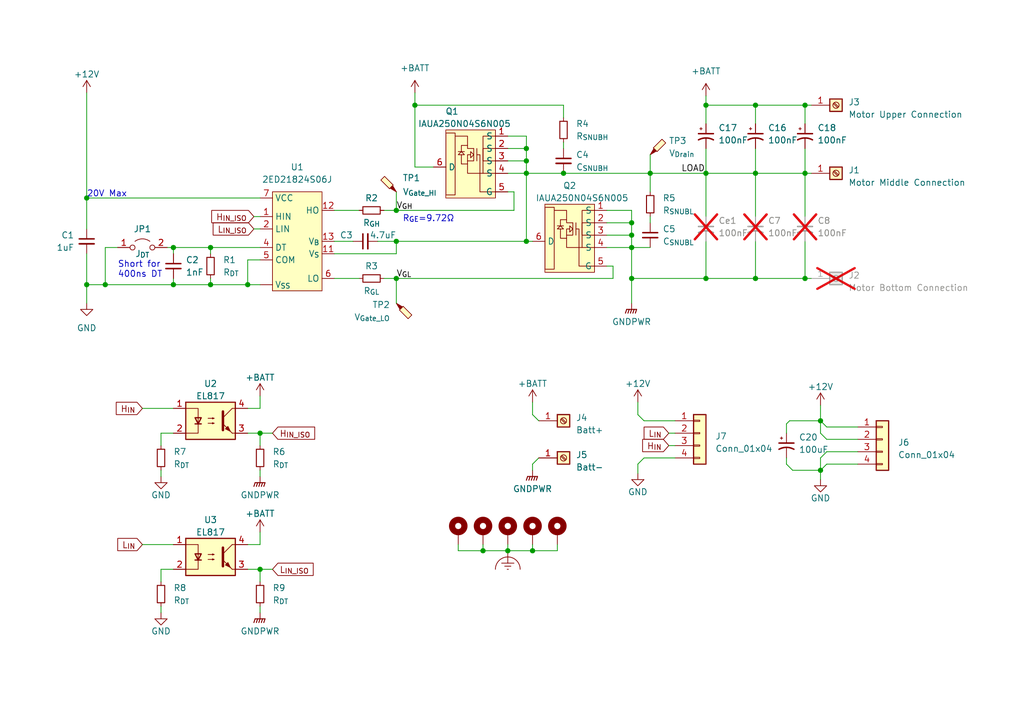
<source format=kicad_sch>
(kicad_sch (version 20230121) (generator eeschema)
  (paper "A5")
  (lib_symbols
    (symbol "Connector:TestPoint_Probe" (pin_numbers hide) (pin_names (offset 0.762) hide)
      (property "Reference" "TP" (at 1.651 5.842 0))
      (property "Value" "TestPoint_Probe" (at 1.651 4.064 0))
      (symbol "TestPoint_Probe_0_1"
        (polyline (pts (xy 1.27 0.762) (xy 0 0) (xy 0.762 1.27) (xy 1.27 0.762)) (fill (type outline)))
        (polyline (pts (xy 1.397 0.635) (xy 0.635 1.397) (xy 2.413 3.175) (xy 3.175 2.413) (xy 1.397 0.635)) (fill (type background)))
      )
      (symbol "TestPoint_Probe_1_1"
        (pin passive line (at 0 0 90) (length 0) (name "1") (number "1"))
      )
    )
    (symbol "Connector_Generic:Conn_01x04" (pin_names (offset 1.016) hide)
      (property "Reference" "J" (at 0 5.08 0))
      (property "Value" "Conn_01x04" (at 0 -7.62 0))
      (symbol "Conn_01x04_1_1"
        (rectangle (start -1.27 -4.953) (end 0 -5.207) (stroke (width 0.1524)))
        (rectangle (start -1.27 -2.413) (end 0 -2.667) (stroke (width 0.1524)))
        (rectangle (start -1.27 0.127) (end 0 -0.127) (stroke (width 0.1524)))
        (rectangle (start -1.27 2.667) (end 0 2.413) (stroke (width 0.1524)))
        (rectangle (start -1.27 3.81) (end 1.27 -6.35) (stroke (width 0.254)) (fill (type background)))
        (pin passive line (at -5.08 2.54 0) (length 3.81) (name "Pin_1") (number "1"))
        (pin passive line (at -5.08 0 0) (length 3.81) (name "Pin_2") (number "2"))
        (pin passive line (at -5.08 -2.54 0) (length 3.81) (name "Pin_3") (number "3"))
        (pin passive line (at -5.08 -5.08 0) (length 3.81) (name "Pin_4") (number "4"))
      )
    )
    (symbol "Device:C_Polarized_Small_US" (pin_numbers hide) (pin_names (offset 0.254) hide)
      (property "Reference" "C" (at 0.254 1.778 0))
      (property "Value" "C_Polarized_Small_US" (at 0.254 -2.032 0))
      (symbol "C_Polarized_Small_US_0_1"
        (polyline (pts (xy -1.524 0.508) (xy 1.524 0.508)) (stroke (width 0.3048)))
        (polyline (pts (xy -1.27 1.524) (xy -0.762 1.524)))
        (polyline (pts (xy -1.016 1.27) (xy -1.016 1.778)))
        (arc (start 1.524 -0.762) (mid 0 -0.3734) (end -1.524 -0.762) (stroke (width 0.3048)))
      )
      (symbol "C_Polarized_Small_US_1_1"
        (pin passive line (at 0 2.54 270) (length 2.032) (name "~") (number "1"))
        (pin passive line (at 0 -2.54 90) (length 2.032) (name "~") (number "2"))
      )
    )
    (symbol "Device:C_Small" (pin_numbers hide) (pin_names (offset 0.254) hide)
      (property "Reference" "C" (at 0.254 1.778 0))
      (property "Value" "C_Small" (at 0.254 -2.032 0))
      (symbol "C_Small_0_1"
        (polyline (pts (xy -1.524 -0.508) (xy 1.524 -0.508)) (stroke (width 0.3302)))
        (polyline (pts (xy -1.524 0.508) (xy 1.524 0.508)) (stroke (width 0.3048)))
      )
      (symbol "C_Small_1_1"
        (pin passive line (at 0 2.54 270) (length 2.032) (name "~") (number "1"))
        (pin passive line (at 0 -2.54 90) (length 2.032) (name "~") (number "2"))
      )
    )
    (symbol "Device:R_Small" (pin_numbers hide) (pin_names (offset 0.254) hide)
      (property "Reference" "R" (at 0.762 0.508 0))
      (property "Value" "R_Small" (at 0.762 -1.016 0))
      (symbol "R_Small_0_1"
        (rectangle (start -0.762 1.778) (end 0.762 -1.778) (stroke (width 0.2032)))
      )
      (symbol "R_Small_1_1"
        (pin passive line (at 0 2.54 270) (length 0.762) (name "~") (number "1"))
        (pin passive line (at 0 -2.54 90) (length 0.762) (name "~") (number "2"))
      )
    )
    (symbol "Isolator:EL817" (pin_names (offset 1.016))
      (property "Reference" "U" (at -5.08 5.08 0))
      (property "Value" "EL817" (at 0 5.08 0))
      (symbol "EL817_0_1"
        (rectangle (start -5.08 3.81) (end 5.08 -3.81) (stroke (width 0.254)) (fill (type background)))
        (polyline (pts (xy -3.175 -0.635) (xy -1.905 -0.635)) (stroke (width 0.254)))
        (polyline (pts (xy 2.54 0.635) (xy 4.445 2.54)))
        (polyline (pts (xy 4.445 -2.54) (xy 2.54 -0.635)) (fill (type outline)))
        (polyline (pts (xy 4.445 -2.54) (xy 5.08 -2.54)))
        (polyline (pts (xy 4.445 2.54) (xy 5.08 2.54)))
        (polyline (pts (xy -5.08 2.54) (xy -2.54 2.54) (xy -2.54 -0.635)))
        (polyline (pts (xy -2.54 -0.635) (xy -2.54 -2.54) (xy -5.08 -2.54)))
        (polyline (pts (xy 2.54 1.905) (xy 2.54 -1.905) (xy 2.54 -1.905)) (stroke (width 0.508)))
        (polyline (pts (xy -2.54 -0.635) (xy -3.175 0.635) (xy -1.905 0.635) (xy -2.54 -0.635)) (stroke (width 0.254)))
        (polyline (pts (xy -0.508 -0.508) (xy 0.762 -0.508) (xy 0.381 -0.635) (xy 0.381 -0.381) (xy 0.762 -0.508)))
        (polyline (pts (xy -0.508 0.508) (xy 0.762 0.508) (xy 0.381 0.381) (xy 0.381 0.635) (xy 0.762 0.508)))
        (polyline (pts (xy 3.048 -1.651) (xy 3.556 -1.143) (xy 4.064 -2.159) (xy 3.048 -1.651) (xy 3.048 -1.651)) (fill (type outline)))
      )
      (symbol "EL817_1_1"
        (pin passive line (at -7.62 2.54 0) (length 2.54) (name "~") (number "1"))
        (pin passive line (at -7.62 -2.54 0) (length 2.54) (name "~") (number "2"))
        (pin passive line (at 7.62 -2.54 180) (length 2.54) (name "~") (number "3"))
        (pin passive line (at 7.62 2.54 180) (length 2.54) (name "~") (number "4"))
      )
    )
    (symbol "Jumper:Jumper_2_Open" (pin_names (offset 0) hide)
      (property "Reference" "JP" (at 0 2.794 0))
      (property "Value" "Jumper_2_Open" (at 0 -2.286 0))
      (symbol "Jumper_2_Open_0_0"
        (circle (center -2.032 0) (radius 0.508))
        (circle (center 2.032 0) (radius 0.508))
      )
      (symbol "Jumper_2_Open_0_1"
        (arc (start 1.524 1.27) (mid 0 1.778) (end -1.524 1.27))
      )
      (symbol "Jumper_2_Open_1_1"
        (pin passive line (at -5.08 0 0) (length 2.54) (name "A") (number "1"))
        (pin passive line (at 5.08 0 180) (length 2.54) (name "B") (number "2"))
      )
    )
    (symbol "Mechanical:MountingHole_Pad" (pin_numbers hide) (pin_names (offset 1.016) hide)
      (property "Reference" "H" (at 0 6.35 0))
      (property "Value" "MountingHole_Pad" (at 0 4.445 0))
      (symbol "MountingHole_Pad_0_1"
        (circle (center 0 1.27) (radius 1.27) (stroke (width 1.27)))
      )
      (symbol "MountingHole_Pad_1_1"
        (pin input line (at 0 -2.54 90) (length 2.54) (name "1") (number "1"))
      )
    )
    (symbol "MySymbols:2ED21824S06J"
      (property "Reference" "U" (at 5.08 5.08 0))
      (property "Value" "2ED21824S06J" (at -3.81 5.08 0))
      (symbol "2ED21824S06J_0_1"
        (rectangle (start -5.08 2.54) (end 5.08 -17.78) (fill (type background)))
      )
      (symbol "2ED21824S06J_1_1"
        (pin power_in line (at -7.62 -16.51 0) (length 2.54) (name "V_{SS}") (number ""))
        (pin input line (at -7.62 -2.54 0) (length 2.54) (name "HIN") (number "1"))
        (pin no_connect line (at 0.635 -19.685 90) (length 2.54) hide (name "N.C.") (number "10"))
        (pin input line (at 7.62 -10.16 180) (length 2.54) (name "V_{S}") (number "11"))
        (pin output line (at 7.62 -1.27 180) (length 2.54) (name "HO") (number "12"))
        (pin output line (at 7.62 -7.62 180) (length 2.54) (name "V_{B}") (number "13"))
        (pin no_connect line (at 0.635 -19.685 90) (length 2.54) hide (name "N.C.") (number "14"))
        (pin input line (at -7.62 -5.08 0) (length 2.54) (name "LIN") (number "2"))
        (pin input line (at -7.62 -8.89 0) (length 2.54) (name "DT") (number "4"))
        (pin input line (at -7.62 -11.43 0) (length 2.54) (name "COM") (number "5"))
        (pin input line (at 7.62 -15.24 180) (length 2.54) (name "LO") (number "6"))
        (pin power_in line (at -7.62 1.27 0) (length 2.54) (name "VCC") (number "7"))
        (pin no_connect line (at 0.635 -19.685 90) (length 2.54) hide (name "N.C.") (number "9"))
        (pin no_connect line (at 0.635 -19.685 90) (length 2.54) hide (name "N.C.") (number "9"))
      )
    )
    (symbol "MySymbols:IAUA250N04S6N005"
      (property "Reference" "Q" (at 4.445 8.89 0))
      (property "Value" "IAUA250N04S6N005" (at -10.16 8.89 0))
      (symbol "IAUA250N04S6N005_0_1"
        (rectangle (start -5.08 7.62) (end 5.08 -6.35) (fill (type background)))
        (polyline (pts (xy -1.27 3.81) (xy -1.27 1.27)))
        (polyline (pts (xy 1.27 3.175) (xy 2.54 3.175)))
        (polyline (pts (xy 0 2.54) (xy 0.635 2.54) (xy 0.635 1.27)))
        (polyline (pts (xy 0.635 0.635) (xy 1.905 0.635) (xy 1.905 2.54)))
        (polyline (pts (xy 1.905 3.175) (xy 1.905 4.445) (xy 0.635 4.445)))
        (polyline (pts (xy -5.08 -5.08) (xy -1.905 -5.08) (xy -1.905 2.54) (xy -1.27 2.54)))
        (polyline (pts (xy -5.08 6.35) (xy -2.54 6.35) (xy -2.54 -1.27) (xy -5.08 -1.27)))
        (polyline (pts (xy -0.635 2.54) (xy 0 3.175) (xy 0 1.905) (xy -0.635 2.54)))
        (polyline (pts (xy 1.905 3.175) (xy 1.27 2.54) (xy 2.54 2.54) (xy 1.905 3.175)))
        (polyline (pts (xy -5.08 1.27) (xy -2.54 1.27) (xy -2.54 3.81) (xy -5.08 3.81) (xy -3.81 3.81)))
        (polyline (pts (xy -0.635 3.81) (xy -0.635 1.27) (xy 0.635 1.27) (xy 0.635 -1.27) (xy -2.54 -1.27)))
        (polyline (pts (xy -0.635 3.81) (xy 0.635 3.81) (xy 0.635 6.35) (xy 3.175 6.35) (xy 3.175 6.985) (xy 5.08 6.985) (xy 5.08 -5.715) (xy 3.175 -5.715) (xy 3.175 6.35)))
      )
      (symbol "IAUA250N04S6N005_1_1"
        (pin input line (at -7.62 6.35 0) (length 2.54) (name "S") (number "1"))
        (pin input line (at -7.62 3.81 0) (length 2.54) (name "S") (number "2"))
        (pin input line (at -7.62 1.27 0) (length 2.54) (name "S") (number "3"))
        (pin input line (at -7.62 -1.27 0) (length 2.54) (name "S") (number "4"))
        (pin input line (at -7.62 -5.08 0) (length 2.54) (name "G") (number "5"))
        (pin output line (at 7.62 0 180) (length 2.54) (name "D") (number "6"))
      )
    )
    (symbol "Screw_Terminal_01x01_2" (pin_names (offset 1.016) hide)
      (property "Reference" "J3" (at 2.54 0.635 0))
      (property "Value" "Motor Upper Connection" (at 2.54 -1.905 0))
      (symbol "Screw_Terminal_01x01_2_1_1"
        (rectangle (start -1.27 1.27) (end 1.27 -1.27) (stroke (width 0.254)) (fill (type background)))
        (polyline (pts (xy -0.5334 0.3302) (xy 0.3302 -0.508)) (stroke (width 0.1524)))
        (polyline (pts (xy -0.3556 0.508) (xy 0.508 -0.3302)) (stroke (width 0.1524)))
        (circle (center 0 0) (radius 0.635) (stroke (width 0.1524)))
        (pin passive line (at -5.08 0 0) (length 3.81) (name "Pin_1") (number "1"))
        (pin passive line (at -5.08 0 0) (length 3.81) hide (name "e") (number "10"))
        (pin passive line (at -5.08 0 0) (length 3.81) hide (name "11") (number "11"))
        (pin passive line (at -5.08 0 0) (length 3.81) hide (name "") (number "12"))
        (pin passive line (at -5.08 0 0) (length 3.81) hide (name "") (number "13"))
        (pin passive line (at -5.08 0 0) (length 3.81) hide (name "e") (number "14"))
        (pin passive line (at -5.08 0 0) (length 3.81) hide (name "Pin_1") (number "15"))
        (pin passive line (at -5.08 0 0) (length 3.81) hide (name "Pin_1") (number "16"))
        (pin passive line (at -5.08 0 0) (length 3.81) hide (name "") (number "2"))
        (pin passive line (at -5.08 0 0) (length 3.81) hide (name "") (number "3"))
        (pin passive line (at -5.08 0 0) (length 3.81) hide (name "") (number "4"))
        (pin passive line (at -5.08 0 0) (length 3.81) hide (name "") (number "5"))
        (pin passive line (at -5.08 0 0) (length 3.81) hide (name "e") (number "6"))
        (pin passive line (at -5.08 0 0) (length 3.81) hide (name "") (number "7"))
        (pin passive line (at -5.08 0 0) (length 3.81) hide (name "") (number "8"))
        (pin passive line (at -5.08 0 0) (length 3.81) hide (name "") (number "9"))
      )
    )
    (symbol "power:+12V" (power) (pin_names (offset 0))
      (property "Value" "+12V" (at 0 3.556 0))
      (symbol "+12V_0_1"
        (polyline (pts (xy -0.762 1.27) (xy 0 2.54)))
        (polyline (pts (xy 0 0) (xy 0 2.54)))
        (polyline (pts (xy 0 2.54) (xy 0.762 1.27)))
      )
      (symbol "+12V_1_1"
        (pin power_in line (at 0 0 90) (length 0) hide (name "+12V") (number "1"))
      )
    )
    (symbol "power:+BATT" (power) (pin_names (offset 0))
      (property "Value" "+BATT" (at 0 3.556 0))
      (symbol "+BATT_0_1"
        (polyline (pts (xy -0.762 1.27) (xy 0 2.54)))
        (polyline (pts (xy 0 0) (xy 0 2.54)))
        (polyline (pts (xy 0 2.54) (xy 0.762 1.27)))
      )
      (symbol "+BATT_1_1"
        (pin power_in line (at 0 0 90) (length 0) hide (name "+BATT") (number "1"))
      )
    )
    (symbol "power:Earth_Clean" (power) (pin_names (offset 0))
      (symbol "Earth_Clean_0_1"
        (polyline (pts (xy -0.635 -3.175) (xy 0.635 -3.175)))
        (polyline (pts (xy -0.127 -3.81) (xy 0.127 -3.81)))
        (polyline (pts (xy 0 -2.54) (xy 0 0)))
        (polyline (pts (xy 1.27 -2.54) (xy -1.27 -2.54)))
        (arc (start 2.54 -3.81) (mid 0 -1.281) (end -2.54 -3.81))
      )
      (symbol "Earth_Clean_1_1"
        (pin power_in line (at 0 0 270) (length 0) hide (name "Earth_Clean") (number "1"))
      )
    )
    (symbol "power:GND" (power) (pin_names (offset 0))
      (property "Value" "GND" (at 0 -3.81 0))
      (symbol "GND_0_1"
        (polyline (pts (xy 0 0) (xy 0 -1.27) (xy 1.27 -1.27) (xy 0 -2.54) (xy -1.27 -1.27) (xy 0 -1.27)))
      )
      (symbol "GND_1_1"
        (pin power_in line (at 0 0 270) (length 0) hide (name "GND") (number "1"))
      )
    )
    (symbol "power:GNDPWR" (power) (pin_names (offset 0))
      (property "Value" "GNDPWR" (at 0 -3.302 0))
      (symbol "GNDPWR_0_1"
        (polyline (pts (xy 0 -1.27) (xy 0 0)))
        (polyline (pts (xy -1.016 -1.27) (xy -1.27 -2.032) (xy -1.27 -2.032)) (stroke (width 0.2032)))
        (polyline (pts (xy -0.508 -1.27) (xy -0.762 -2.032) (xy -0.762 -2.032)) (stroke (width 0.2032)))
        (polyline (pts (xy 0 -1.27) (xy -0.254 -2.032) (xy -0.254 -2.032)) (stroke (width 0.2032)))
        (polyline (pts (xy 0.508 -1.27) (xy 0.254 -2.032) (xy 0.254 -2.032)) (stroke (width 0.2032)))
        (polyline (pts (xy 1.016 -1.27) (xy -1.016 -1.27) (xy -1.016 -1.27)) (stroke (width 0.2032)))
        (polyline (pts (xy 1.016 -1.27) (xy 0.762 -2.032) (xy 0.762 -2.032) (xy 0.762 -2.032)) (stroke (width 0.2032)))
      )
      (symbol "GNDPWR_1_1"
        (pin power_in line (at 0 0 270) (length 0) hide (name "GNDPWR") (number "1"))
      )
    )
  )
  (junction (at 53.34 88.9))
  (junction (at 129.54 50.8))
  (junction (at 154.94 57.15))
  (junction (at 144.78 21.59))
  (junction (at 165.1 57.15))
  (junction (at 107.95 49.53))
  (junction (at 129.54 45.72))
  (junction (at 53.34 116.84))
  (junction (at 104.14 113.03))
  (junction (at 165.1 35.56))
  (junction (at 107.95 35.56))
  (junction (at 43.18 50.8))
  (junction (at 154.94 21.59))
  (junction (at 168.275 86.36))
  (junction (at 168.275 96.52))
  (junction (at 85.09 21.59))
  (junction (at 99.06 113.03))
  (junction (at 129.54 57.15))
  (junction (at 35.56 58.42))
  (junction (at 107.95 33.02))
  (junction (at 107.95 30.48))
  (junction (at 154.94 35.56))
  (junction (at 17.78 58.42))
  (junction (at 81.28 43.18))
  (junction (at 50.8 58.42))
  (junction (at 144.78 35.56))
  (junction (at 144.78 57.15))
  (junction (at 17.78 40.64))
  (junction (at 81.28 49.53))
  (junction (at 81.28 57.15))
  (junction (at 21.59 58.42))
  (junction (at 115.57 35.56))
  (junction (at 43.18 58.42))
  (junction (at 129.54 48.26))
  (junction (at 109.22 113.03))
  (junction (at 165.1 21.59))
  (junction (at 133.35 35.56))
  (junction (at 35.56 50.8))
  (wire (pts (xy 107.95 33.02) (xy 107.95 35.56)))
  (wire (pts (xy 125.73 57.15) (xy 125.73 54.61)))
  (wire (pts (xy 33.02 96.52) (xy 33.02 97.79)))
  (wire (pts (xy 43.18 58.42) (xy 50.8 58.42)))
  (wire (pts (xy 68.58 57.15) (xy 73.66 57.15)))
  (wire (pts (xy 165.1 57.15) (xy 166.37 57.15)))
  (wire (pts (xy 53.34 111.76) (xy 50.8 111.76)))
  (wire (pts (xy 104.14 113.03) (xy 109.22 113.03)))
  (wire (pts (xy 144.78 21.59) (xy 144.78 25.4)))
  (wire (pts (xy 165.1 49.53) (xy 165.1 57.15)))
  (wire (pts (xy 130.81 82.55) (xy 130.81 85.09)))
  (wire (pts (xy 129.54 57.15) (xy 129.54 62.23)))
  (wire (pts (xy 104.14 30.48) (xy 107.95 30.48)))
  (wire (pts (xy 43.18 57.15) (xy 43.18 58.42)))
  (wire (pts (xy 154.94 30.48) (xy 154.94 35.56)))
  (wire (pts (xy 81.28 49.53) (xy 107.95 49.53)))
  (wire (pts (xy 109.22 113.03) (xy 109.22 111.76)))
  (wire (pts (xy 144.78 30.48) (xy 144.78 35.56)))
  (wire (pts (xy 169.545 87.63) (xy 175.895 87.63)))
  (wire (pts (xy 144.78 21.59) (xy 154.94 21.59)))
  (wire (pts (xy 17.78 40.64) (xy 53.34 40.64)))
  (wire (pts (xy 161.29 95.25) (xy 162.56 96.52)))
  (wire (pts (xy 154.94 57.15) (xy 165.1 57.15)))
  (wire (pts (xy 169.545 90.17) (xy 168.275 88.9)))
  (wire (pts (xy 21.59 58.42) (xy 35.56 58.42)))
  (wire (pts (xy 115.57 24.13) (xy 115.57 21.59)))
  (wire (pts (xy 107.95 35.56) (xy 107.95 49.53)))
  (wire (pts (xy 175.895 95.25) (xy 169.545 95.25)))
  (wire (pts (xy 129.54 57.15) (xy 144.78 57.15)))
  (wire (pts (xy 144.78 49.53) (xy 144.78 57.15)))
  (wire (pts (xy 144.78 57.15) (xy 154.94 57.15)))
  (wire (pts (xy 99.06 113.03) (xy 104.14 113.03)))
  (wire (pts (xy 81.28 43.18) (xy 105.41 43.18)))
  (wire (pts (xy 124.46 48.26) (xy 129.54 48.26)))
  (wire (pts (xy 168.275 86.36) (xy 169.545 87.63)))
  (wire (pts (xy 33.02 116.84) (xy 35.56 116.84)))
  (wire (pts (xy 29.21 111.76) (xy 35.56 111.76)))
  (wire (pts (xy 78.74 57.15) (xy 81.28 57.15)))
  (wire (pts (xy 85.09 21.59) (xy 85.09 19.05)))
  (wire (pts (xy 109.22 95.25) (xy 109.22 96.52)))
  (wire (pts (xy 53.34 109.22) (xy 53.34 111.76)))
  (wire (pts (xy 93.98 113.03) (xy 99.06 113.03)))
  (wire (pts (xy 168.275 83.185) (xy 168.275 86.36)))
  (wire (pts (xy 29.21 83.82) (xy 35.56 83.82)))
  (wire (pts (xy 53.34 119.38) (xy 53.34 116.84)))
  (wire (pts (xy 81.28 52.07) (xy 81.28 49.53)))
  (wire (pts (xy 85.09 34.29) (xy 85.09 21.59)))
  (wire (pts (xy 129.54 48.26) (xy 129.54 50.8)))
  (wire (pts (xy 81.28 39.37) (xy 81.28 43.18)))
  (wire (pts (xy 53.34 53.34) (xy 50.8 53.34)))
  (wire (pts (xy 105.41 39.37) (xy 104.14 39.37)))
  (wire (pts (xy 52.07 44.45) (xy 53.34 44.45)))
  (wire (pts (xy 35.56 57.15) (xy 35.56 58.42)))
  (wire (pts (xy 165.1 35.56) (xy 165.1 44.45)))
  (wire (pts (xy 107.95 27.94) (xy 107.95 30.48)))
  (wire (pts (xy 168.275 96.52) (xy 169.545 95.25)))
  (wire (pts (xy 133.35 31.75) (xy 133.35 35.56)))
  (wire (pts (xy 132.08 86.36) (xy 138.43 86.36)))
  (wire (pts (xy 81.28 57.15) (xy 81.28 62.23)))
  (wire (pts (xy 104.14 27.94) (xy 107.95 27.94)))
  (wire (pts (xy 53.34 88.9) (xy 50.8 88.9)))
  (wire (pts (xy 50.8 53.34) (xy 50.8 58.42)))
  (wire (pts (xy 154.94 21.59) (xy 154.94 25.4)))
  (wire (pts (xy 165.1 35.56) (xy 166.37 35.56)))
  (wire (pts (xy 17.78 58.42) (xy 17.78 52.07)))
  (wire (pts (xy 144.78 35.56) (xy 144.78 44.45)))
  (wire (pts (xy 107.95 35.56) (xy 115.57 35.56)))
  (wire (pts (xy 24.13 50.8) (xy 21.59 50.8)))
  (wire (pts (xy 138.43 93.98) (xy 132.08 93.98)))
  (wire (pts (xy 133.35 39.37) (xy 133.35 35.56)))
  (wire (pts (xy 168.275 93.98) (xy 168.275 96.52)))
  (wire (pts (xy 53.34 116.84) (xy 55.88 116.84)))
  (wire (pts (xy 124.46 43.18) (xy 129.54 43.18)))
  (wire (pts (xy 105.41 43.18) (xy 105.41 39.37)))
  (wire (pts (xy 21.59 50.8) (xy 21.59 58.42)))
  (wire (pts (xy 129.54 50.8) (xy 124.46 50.8)))
  (wire (pts (xy 68.58 43.18) (xy 73.66 43.18)))
  (wire (pts (xy 175.895 90.17) (xy 169.545 90.17)))
  (wire (pts (xy 109.22 82.55) (xy 109.22 85.09)))
  (wire (pts (xy 35.56 58.42) (xy 43.18 58.42)))
  (wire (pts (xy 109.22 49.53) (xy 107.95 49.53)))
  (wire (pts (xy 35.56 50.8) (xy 43.18 50.8)))
  (wire (pts (xy 34.29 50.8) (xy 35.56 50.8)))
  (wire (pts (xy 162.56 96.52) (xy 168.275 96.52)))
  (wire (pts (xy 161.29 93.98) (xy 161.29 95.25)))
  (wire (pts (xy 33.02 119.38) (xy 33.02 116.84)))
  (wire (pts (xy 68.58 49.53) (xy 72.39 49.53)))
  (wire (pts (xy 17.78 40.64) (xy 17.78 46.99)))
  (wire (pts (xy 107.95 30.48) (xy 107.95 33.02)))
  (wire (pts (xy 52.07 46.99) (xy 53.34 46.99)))
  (wire (pts (xy 124.46 45.72) (xy 129.54 45.72)))
  (wire (pts (xy 130.81 85.09) (xy 132.08 86.36)))
  (wire (pts (xy 104.14 33.02) (xy 107.95 33.02)))
  (wire (pts (xy 78.74 43.18) (xy 81.28 43.18)))
  (wire (pts (xy 53.34 91.44) (xy 53.34 88.9)))
  (wire (pts (xy 133.35 44.45) (xy 133.35 45.72)))
  (wire (pts (xy 138.43 88.9) (xy 137.16 88.9)))
  (wire (pts (xy 169.545 92.71) (xy 175.895 92.71)))
  (wire (pts (xy 144.78 35.56) (xy 154.94 35.56)))
  (wire (pts (xy 81.28 57.15) (xy 125.73 57.15)))
  (wire (pts (xy 33.02 91.44) (xy 33.02 88.9)))
  (wire (pts (xy 110.49 93.98) (xy 109.22 95.25)))
  (wire (pts (xy 17.78 58.42) (xy 21.59 58.42)))
  (wire (pts (xy 109.22 85.09) (xy 110.49 86.36)))
  (wire (pts (xy 35.56 50.8) (xy 35.56 52.07)))
  (wire (pts (xy 165.1 21.59) (xy 166.37 21.59)))
  (wire (pts (xy 53.34 88.9) (xy 55.88 88.9)))
  (wire (pts (xy 53.34 116.84) (xy 50.8 116.84)))
  (wire (pts (xy 129.54 43.18) (xy 129.54 45.72)))
  (wire (pts (xy 99.06 113.03) (xy 99.06 111.76)))
  (wire (pts (xy 53.34 96.52) (xy 53.34 97.79)))
  (wire (pts (xy 53.34 81.28) (xy 53.34 83.82)))
  (wire (pts (xy 88.9 34.29) (xy 85.09 34.29)))
  (wire (pts (xy 33.02 124.46) (xy 33.02 125.73)))
  (wire (pts (xy 129.54 45.72) (xy 129.54 48.26)))
  (wire (pts (xy 93.98 113.03) (xy 93.98 111.76)))
  (wire (pts (xy 43.18 50.8) (xy 53.34 50.8)))
  (wire (pts (xy 168.275 93.98) (xy 169.545 92.71)))
  (wire (pts (xy 154.94 35.56) (xy 154.94 44.45)))
  (wire (pts (xy 109.22 113.03) (xy 114.3 113.03)))
  (wire (pts (xy 104.14 35.56) (xy 107.95 35.56)))
  (wire (pts (xy 114.3 113.03) (xy 114.3 111.76)))
  (wire (pts (xy 133.35 35.56) (xy 115.57 35.56)))
  (wire (pts (xy 130.81 95.25) (xy 130.81 97.155)))
  (wire (pts (xy 115.57 29.21) (xy 115.57 30.48)))
  (wire (pts (xy 133.35 35.56) (xy 144.78 35.56)))
  (wire (pts (xy 168.275 96.52) (xy 168.275 98.425)))
  (wire (pts (xy 161.29 86.995) (xy 161.925 86.36)))
  (wire (pts (xy 161.925 86.36) (xy 168.275 86.36)))
  (wire (pts (xy 53.34 124.46) (xy 53.34 125.73)))
  (wire (pts (xy 165.1 30.48) (xy 165.1 35.56)))
  (wire (pts (xy 137.16 91.44) (xy 138.43 91.44)))
  (wire (pts (xy 161.29 88.9) (xy 161.29 86.995)))
  (wire (pts (xy 125.73 54.61) (xy 124.46 54.61)))
  (wire (pts (xy 43.18 52.07) (xy 43.18 50.8)))
  (wire (pts (xy 104.14 113.03) (xy 104.14 111.76)))
  (wire (pts (xy 129.54 50.8) (xy 133.35 50.8)))
  (wire (pts (xy 144.78 19.685) (xy 144.78 21.59)))
  (wire (pts (xy 115.57 21.59) (xy 85.09 21.59)))
  (wire (pts (xy 53.34 83.82) (xy 50.8 83.82)))
  (wire (pts (xy 17.78 62.23) (xy 17.78 58.42)))
  (wire (pts (xy 81.28 49.53) (xy 77.47 49.53)))
  (wire (pts (xy 154.94 49.53) (xy 154.94 57.15)))
  (wire (pts (xy 50.8 58.42) (xy 53.34 58.42)))
  (wire (pts (xy 17.78 40.64) (xy 17.78 19.05)))
  (wire (pts (xy 154.94 35.56) (xy 165.1 35.56)))
  (wire (pts (xy 154.94 21.59) (xy 165.1 21.59)))
  (wire (pts (xy 33.02 88.9) (xy 35.56 88.9)))
  (wire (pts (xy 130.81 95.25) (xy 132.08 93.98)))
  (wire (pts (xy 129.54 50.8) (xy 129.54 57.15)))
  (wire (pts (xy 168.275 86.36) (xy 168.275 88.9)))
  (wire (pts (xy 68.58 52.07) (xy 81.28 52.07)))
  (wire (pts (xy 165.1 21.59) (xy 165.1 25.4)))
  (text "Short for\n400ns DT" (at 24.13 57.15 0) (effects (font (size 1.27 1.27)) (justify left bottom)))
  (text "R_{GE}=9.72Ω\n" (at 82.55 45.72 0) (effects (font (size 1.27 1.27)) (justify left bottom)))
  (text "20V Max\n" (at 17.78 40.64 0) (effects (font (size 1.27 1.27)) (justify left bottom)))
  (label "LOAD" (at 139.7 35.56 0))
  (label "V_{GL}" (at 81.28 57.15 0))
  (label "V_{GH}" (at 81.28 43.18 0))
  (global_label "L_{IN}_{_ISO}" (shape input) (at 52.07 46.99 180) (property "Intersheetrefs" "${INTERSHEET_REFS}" (effects hide)))
  (global_label "H_{IN}_{_ISO}" (shape input) (at 55.88 88.9 0) (property "Intersheetrefs" "${INTERSHEET_REFS}" (effects hide)))
  (global_label "L_{IN}_{_ISO}" (shape input) (at 55.88 116.84 0) (property "Intersheetrefs" "${INTERSHEET_REFS}" (effects hide)))
  (global_label "L_{IN}" (shape input) (at 137.16 88.9 180) (property "Intersheetrefs" "${INTERSHEET_REFS}" (effects hide)))
  (global_label "H_{IN}_{_ISO}" (shape input) (at 52.07 44.45 180) (property "Intersheetrefs" "${INTERSHEET_REFS}" (effects hide)))
  (global_label "L_{IN}" (shape input) (at 29.21 111.76 180) (property "Intersheetrefs" "${INTERSHEET_REFS}" (effects hide)))
  (global_label "H_{IN}" (shape input) (at 29.21 83.82 180) (property "Intersheetrefs" "${INTERSHEET_REFS}" (effects hide)))
  (global_label "H_{IN}" (shape input) (at 137.16 91.44 180) (property "Intersheetrefs" "${INTERSHEET_REFS}" (effects hide)))
  (symbol (lib_id "power:GNDPWR") (at 53.34 97.79 0) (unit 1)
    (property "Reference" "#PWR08" (effects hide))
    (property "Value" "GNDPWR" (at 53.34 101.6 0))
  )
  (symbol (lib_id "Jumper:Jumper_2_Open") (at 29.21 50.8 0) (unit 1)
    (property "Reference" "JP1" (at 29.21 46.99 0))
    (property "Value" "J_{DT}" (at 29.21 52.07 0))
    (property "Footprint" "Jumper:SolderJumper-2_P1.3mm_Open_RoundedPad1.0x1.5mm" (effects hide))
  )
  (symbol (lib_id "Device:R_Small") (at 33.02 93.98 0) (unit 1)
    (property "Reference" "R7" (at 35.56 92.7099 0) (effects (justify left)))
    (property "Value" "R_{DT}" (at 35.56 95.2499 0) (effects (justify left)))
    (property "Footprint" "Resistor_THT:R_Axial_DIN0207_L6.3mm_D2.5mm_P10.16mm_Horizontal" (effects hide))
  )
  (symbol (lib_id "Device:C_Small") (at 35.56 54.61 0) (unit 1)
    (property "Reference" "C2" (at 38.1 53.3462 0) (effects (justify left)))
    (property "Value" "1nF" (at 38.1 55.8862 0) (effects (justify left)))
    (property "Footprint" "Capacitor_SMD:C_0603_1608Metric_Pad1.08x0.95mm_HandSolder" (effects hide))
  )
  (symbol (lib_id "MySymbols:2ED21824S06J") (at 60.96 41.91 0) (unit 1)
    (property "Reference" "U1" (at 60.96 34.29 0))
    (property "Value" "2ED21824S06J" (at 60.96 36.83 0))
    (property "Footprint" "Package_SO:SO-14_3.9x8.65mm_P1.27mm" (effects hide))
  )
  (symbol (lib_id "Connector:TestPoint_Probe") (at 81.28 39.37 0) (mirror y) (unit 1)
    (property "Reference" "TP1" (at 82.55 36.5124 0) (effects (justify right)))
    (property "Value" "V_{Gate_HI}" (at 82.55 39.37 0) (effects (justify right)))
    (property "Footprint" "TestPoint:TestPoint_Pad_D1.0mm" (effects hide))
  )
  (symbol (lib_id "Device:C_Polarized_Small_US") (at 165.1 46.99 0) (unit 1) (dnp yes)
    (property "Reference" "C8" (at 167.64 45.2881 0) (effects (justify left)))
    (property "Value" "100nF" (at 167.64 47.8281 0) (effects (justify left)))
    (property "Footprint" "Capacitor_SMD:CP_Elec_6.3x5.4_Nichicon" (effects hide))
  )
  (symbol (lib_id "Connector:TestPoint_Probe") (at 133.35 31.75 0) (unit 1)
    (property "Reference" "TP3" (at 137.16 28.8924 0) (effects (justify left)))
    (property "Value" "V_{Drain}" (at 137.16 31.4324 0) (effects (justify left)))
    (property "Footprint" "TestPoint:TestPoint_Pad_D1.0mm" (effects hide))
  )
  (symbol (lib_id "Device:R_Small") (at 33.02 121.92 0) (unit 1)
    (property "Reference" "R8" (at 35.56 120.6499 0) (effects (justify left)))
    (property "Value" "R_{DT}" (at 35.56 123.1899 0) (effects (justify left)))
    (property "Footprint" "Resistor_THT:R_Axial_DIN0207_L6.3mm_D2.5mm_P10.16mm_Horizontal" (effects hide))
  )
  (symbol (lib_id "Device:C_Small") (at 133.35 48.26 0) (unit 1)
    (property "Reference" "C5" (at 135.89 46.9962 0) (effects (justify left)))
    (property "Value" "C_{SNUBL}" (at 135.89 49.5362 0) (effects (justify left)))
    (property "Footprint" "Capacitor_SMD:C_0805_2012Metric_Pad1.18x1.45mm_HandSolder" (effects hide))
  )
  (symbol (lib_id "Isolator:EL817") (at 43.18 86.36 0) (unit 1)
    (property "Reference" "U2" (at 43.18 78.74 0))
    (property "Value" "EL817" (at 43.18 81.28 0))
    (property "Footprint" "Package_DIP:DIP-4_W7.62mm" (effects hide))
    (property "Datasheet" "http://www.everlight.com/file/ProductFile/EL817.pdf" (effects hide))
  )
  (symbol (lib_id "power:GND") (at 130.81 97.155 0) (unit 1)
    (property "Reference" "#PWR013" (effects hide))
    (property "Value" "GND" (at 130.81 100.965 0))
  )
  (symbol (lib_id "Isolator:EL817") (at 43.18 114.3 0) (unit 1)
    (property "Reference" "U3" (at 43.18 106.68 0))
    (property "Value" "EL817" (at 43.18 109.22 0))
    (property "Footprint" "Package_DIP:DIP-4_W7.62mm" (effects hide))
    (property "Datasheet" "http://www.everlight.com/file/ProductFile/EL817.pdf" (effects hide))
  )
  (symbol (lib_id "Device:C_Small") (at 74.93 49.53 90) (unit 1)
    (property "Reference" "C3" (at 72.39 48.26 90) (effects (justify left)))
    (property "Value" "4.7uF" (at 81.28 48.26 90) (effects (justify left)))
    (property "Footprint" "Capacitor_SMD:C_0603_1608Metric_Pad1.08x0.95mm_HandSolder" (effects hide))
  )
  (symbol (lib_id "Device:R_Small") (at 43.18 54.61 0) (unit 1)
    (property "Reference" "R1" (at 45.72 53.3399 0) (effects (justify left)))
    (property "Value" "R_{DT}" (at 45.72 55.8799 0) (effects (justify left)))
    (property "Footprint" "Resistor_SMD:R_0603_1608Metric_Pad0.98x0.95mm_HandSolder" (effects hide))
  )
  (symbol (lib_id "Device:R_Small") (at 53.34 93.98 0) (unit 1)
    (property "Reference" "R6" (at 55.88 92.7099 0) (effects (justify left)))
    (property "Value" "R_{DT}" (at 55.88 95.2499 0) (effects (justify left)))
    (property "Footprint" "Resistor_THT:R_Axial_DIN0207_L6.3mm_D2.5mm_P10.16mm_Horizontal" (effects hide))
  )
  (symbol (lib_id "power:GNDPWR") (at 129.54 62.23 0) (unit 1)
    (property "Reference" "#PWR01" (effects hide))
    (property "Value" "GNDPWR" (at 129.54 66.04 0))
  )
  (symbol (lib_id "Device:C_Small") (at 17.78 49.53 0) (mirror y) (unit 1)
    (property "Reference" "C1" (at 15.24 48.2662 0) (effects (justify left)))
    (property "Value" "1uF" (at 15.24 50.8062 0) (effects (justify left)))
    (property "Footprint" "Capacitor_SMD:C_0603_1608Metric_Pad1.08x0.95mm_HandSolder" (effects hide))
  )
  (symbol (lib_id "Mechanical:MountingHole_Pad") (at 114.3 109.22 0) (unit 1)
    (property "Reference" "H5" (effects hide))
    (property "Value" "MountingHole_Pad" (effects hide))
    (property "Footprint" "MountingHole:MountingHole_2.5mm_Pad" (effects hide))
  )
  (symbol (lib_id "Device:C_Polarized_Small_US") (at 154.94 46.99 0) (unit 1) (dnp yes)
    (property "Reference" "C7" (at 157.48 45.2881 0) (effects (justify left)))
    (property "Value" "100nF" (at 157.48 47.8281 0) (effects (justify left)))
    (property "Footprint" "Capacitor_SMD:CP_Elec_6.3x5.4_Nichicon" (effects hide))
  )
  (symbol (lib_id "power:GND") (at 33.02 125.73 0) (unit 1)
    (property "Reference" "#PWR07" (effects hide))
    (property "Value" "GND" (at 33.02 129.54 0))
  )
  (symbol (lib_id "power:GND") (at 33.02 97.79 0) (unit 1)
    (property "Reference" "#PWR06" (effects hide))
    (property "Value" "GND" (at 33.02 101.6 0))
  )
  (symbol (lib_id "Device:R_Small") (at 53.34 121.92 0) (unit 1)
    (property "Reference" "R9" (at 55.88 120.6499 0) (effects (justify left)))
    (property "Value" "R_{DT}" (at 55.88 123.1899 0) (effects (justify left)))
    (property "Footprint" "Resistor_THT:R_Axial_DIN0207_L6.3mm_D2.5mm_P10.16mm_Horizontal" (effects hide))
  )
  (symbol (lib_id "power:+12V") (at 130.81 82.55 0) (unit 1)
    (property "Reference" "#PWR012" (effects hide))
    (property "Value" "+12V" (at 130.81 78.74 0))
  )
  (symbol (lib_id "Device:C_Polarized_Small_US") (at 144.78 46.99 0) (unit 1) (dnp yes)
    (property "Reference" "Ce1" (at 147.32 45.2881 0) (effects (justify left)))
    (property "Value" "100nF" (at 147.32 47.8281 0) (effects (justify left)))
    (property "Footprint" "Capacitor_SMD:CP_Elec_6.3x5.4_Nichicon" (effects hide))
  )
  (symbol (lib_id "Mechanical:MountingHole_Pad") (at 99.06 109.22 0) (unit 1)
    (property "Reference" "H2" (effects hide))
    (property "Value" "MountingHole_Pad" (effects hide))
    (property "Footprint" "MountingHole:MountingHole_2.5mm_Pad" (effects hide))
  )
  (symbol (lib_id "power:+BATT") (at 109.22 82.55 0) (mirror y) (unit 1)
    (property "Reference" "#PWR010" (effects hide))
    (property "Value" "+BATT" (at 109.22 78.74 0))
  )
  (symbol (lib_id "Connector_Generic:Conn_01x04") (at 180.975 90.17 0) (unit 1)
    (property "Reference" "J6" (at 184.15 90.805 0) (effects (justify left)))
    (property "Value" "Conn_01x04" (at 184.15 93.345 0) (effects (justify left)))
    (property "Footprint" "Library:MOLEX_2078430004_L1NK_250_4-PIN" (effects hide))
  )
  (symbol (lib_id "power:+BATT") (at 85.09 19.05 0) (unit 1)
    (property "Reference" "#PWR0101" (effects hide))
    (property "Value" "+BATT" (at 85.09 13.97 0))
  )
  (symbol (lib_name "Screw_Terminal_01x01_2") (lib_id "Connector:Screw_Terminal_01x01") (at 171.45 57.15 0) (unit 1) (dnp yes)
    (property "Reference" "J2" (at 173.99 56.515 0) (effects (justify left)))
    (property "Value" "Motor Bottom Connection" (at 173.99 59.055 0) (effects (justify left)))
    (property "Footprint" "Library:M5 Screw Terminal" (effects hide))
    (property "Datasheet" "https://gr.mouser.com/datasheet/2/445/74651195R-3096005.pdf" (effects hide))
  )
  (symbol (lib_id "Device:R_Small") (at 76.2 43.18 90) (unit 1)
    (property "Reference" "R2" (at 76.2 40.64 90))
    (property "Value" "R_{G}_{H}" (at 76.2 45.72 90))
    (property "Footprint" "Resistor_SMD:R_0805_2012Metric_Pad1.20x1.40mm_HandSolder" (effects hide))
  )
  (symbol (lib_id "power:Earth_Clean") (at 104.14 113.03 0) (unit 1)
    (property "Reference" "#PWR014" (effects hide))
    (property "Value" "Earth_Clean" (effects hide))
  )
  (symbol (lib_name "Screw_Terminal_01x01_2") (lib_id "Connector:Screw_Terminal_01x01") (at 171.45 21.59 0) (unit 1)
    (property "Reference" "J3" (at 173.99 20.955 0) (effects (justify left)))
    (property "Value" "Motor Upper Connection" (at 173.99 23.495 0) (effects (justify left)))
    (property "Footprint" "Library:M5 Screw Terminal" (effects hide))
    (property "Datasheet" "https://gr.mouser.com/datasheet/2/445/74651195R-3096005.pdf" (effects hide))
  )
  (symbol (lib_id "power:+BATT") (at 53.34 109.22 0) (unit 1)
    (property "Reference" "#PWR03" (effects hide))
    (property "Value" "+BATT" (at 53.34 105.41 0))
  )
  (symbol (lib_name "Screw_Terminal_01x01_2") (lib_id "Connector:Screw_Terminal_01x01") (at 115.57 93.98 0) (unit 1)
    (property "Reference" "J5" (at 118.11 93.345 0) (effects (justify left)))
    (property "Value" "Batt-" (at 118.11 95.885 0) (effects (justify left)))
    (property "Footprint" "Library:M5 Screw Terminal" (effects hide))
    (property "Datasheet" "https://gr.mouser.com/datasheet/2/445/74651195R-3096005.pdf" (effects hide))
  )
  (symbol (lib_id "Device:R_Small") (at 76.2 57.15 90) (mirror x) (unit 1)
    (property "Reference" "R3" (at 76.2 54.61 90))
    (property "Value" "R_{G}_{L}" (at 76.2 59.69 90))
    (property "Footprint" "Resistor_SMD:R_0805_2012Metric_Pad1.20x1.40mm_HandSolder" (effects hide))
  )
  (symbol (lib_id "Device:C_Small") (at 115.57 33.02 0) (unit 1)
    (property "Reference" "C4" (at 118.11 31.7562 0) (effects (justify left)))
    (property "Value" "C_{SNUBH}" (at 118.11 34.2962 0) (effects (justify left)))
    (property "Footprint" "Capacitor_SMD:C_0805_2012Metric_Pad1.18x1.45mm_HandSolder" (effects hide))
  )
  (symbol (lib_id "MySymbols:IAUA250N04S6N005") (at 116.84 49.53 0) (mirror y) (unit 1)
    (property "Reference" "Q2" (at 116.84 38.1 0))
    (property "Value" "IAUA250N04S6N005" (at 119.38 40.64 0))
    (property "Footprint" "Library:IAUA250N04S6N005AUMA1" (effects hide))
  )
  (symbol (lib_id "Device:C_Polarized_Small_US") (at 144.78 27.94 0) (unit 1)
    (property "Reference" "C17" (at 147.32 26.2381 0) (effects (justify left)))
    (property "Value" "100nF" (at 147.32 28.7781 0) (effects (justify left)))
    (property "Footprint" "Capacitor_SMD:CP_Elec_6.3x5.4_Nichicon" (effects hide))
  )
  (symbol (lib_id "Mechanical:MountingHole_Pad") (at 109.22 109.22 0) (unit 1)
    (property "Reference" "H4" (effects hide))
    (property "Value" "MountingHole_Pad" (effects hide))
    (property "Footprint" "MountingHole:MountingHole_2.5mm_Pad" (effects hide))
  )
  (symbol (lib_id "Mechanical:MountingHole_Pad") (at 93.98 109.22 0) (unit 1)
    (property "Reference" "H1" (effects hide))
    (property "Value" "MountingHole_Pad" (effects hide))
    (property "Footprint" "MountingHole:MountingHole_2.5mm_Pad" (effects hide))
  )
  (symbol (lib_id "power:GND") (at 168.275 98.425 0) (unit 1)
    (property "Reference" "#PWR05" (effects hide))
    (property "Value" "GND" (at 168.275 102.235 0))
  )
  (symbol (lib_id "Connector:TestPoint_Probe") (at 81.28 62.23 0) (mirror x) (unit 1)
    (property "Reference" "TP2" (at 80.01 62.5474 0) (effects (justify right)))
    (property "Value" "V_{Gate_LO}" (at 80.01 65.0874 0) (effects (justify right)))
    (property "Footprint" "TestPoint:TestPoint_Pad_D1.0mm" (effects hide))
  )
  (symbol (lib_id "Connector_Generic:Conn_01x04") (at 143.51 88.9 0) (unit 1)
    (property "Reference" "J7" (at 146.685 89.535 0) (effects (justify left)))
    (property "Value" "Conn_01x04" (at 146.685 92.075 0) (effects (justify left)))
    (property "Footprint" "Library:MOLEX_2078430004_L1NK_250_4-PIN" (effects hide))
  )
  (symbol (lib_id "MySymbols:IAUA250N04S6N005") (at 96.52 34.29 0) (mirror y) (unit 1)
    (property "Reference" "Q1" (at 92.71 22.86 0))
    (property "Value" "IAUA250N04S6N005" (at 95.25 25.4 0))
    (property "Footprint" "Library:IAUA250N04S6N005AUMA1" (effects hide))
  )
  (symbol (lib_id "Device:C_Polarized_Small_US") (at 161.29 91.44 0) (unit 1)
    (property "Reference" "C20" (at 163.83 89.7381 0) (effects (justify left)))
    (property "Value" "100uF" (at 163.83 92.2781 0) (effects (justify left)))
    (property "Footprint" "Capacitor_SMD:CP_Elec_6.3x5.4_Nichicon" (effects hide))
  )
  (symbol (lib_id "Device:C_Polarized_Small_US") (at 154.94 27.94 0) (unit 1)
    (property "Reference" "C16" (at 157.48 26.2381 0) (effects (justify left)))
    (property "Value" "100nF" (at 157.48 28.7781 0) (effects (justify left)))
    (property "Footprint" "Capacitor_SMD:CP_Elec_6.3x5.4_Nichicon" (effects hide))
  )
  (symbol (lib_id "power:GNDPWR") (at 53.34 125.73 0) (unit 1)
    (property "Reference" "#PWR09" (effects hide))
    (property "Value" "GNDPWR" (at 53.34 129.54 0))
  )
  (symbol (lib_id "power:GND") (at 17.78 62.23 0) (unit 1)
    (property "Reference" "#PWR0109" (effects hide))
    (property "Value" "GND" (at 17.78 67.31 0))
  )
  (symbol (lib_id "Device:R_Small") (at 115.57 26.67 0) (unit 1)
    (property "Reference" "R4" (at 118.11 25.3999 0) (effects (justify left)))
    (property "Value" "R_{SNUBH}" (at 118.11 27.9399 0) (effects (justify left)))
    (property "Footprint" "Resistor_SMD:R_0805_2012Metric_Pad1.20x1.40mm_HandSolder" (effects hide))
  )
  (symbol (lib_id "power:+12V") (at 17.78 19.05 0) (unit 1)
    (property "Reference" "#PWR0116" (effects hide))
    (property "Value" "+12V" (at 17.78 15.24 0))
  )
  (symbol (lib_id "Mechanical:MountingHole_Pad") (at 104.14 109.22 0) (unit 1)
    (property "Reference" "H3" (effects hide))
    (property "Value" "MountingHole_Pad" (effects hide))
    (property "Footprint" "MountingHole:MountingHole_2.5mm_Pad" (effects hide))
  )
  (symbol (lib_id "Device:R_Small") (at 133.35 41.91 0) (unit 1)
    (property "Reference" "R5" (at 135.89 40.6399 0) (effects (justify left)))
    (property "Value" "R_{SNUBL}" (at 135.89 43.1799 0) (effects (justify left)))
    (property "Footprint" "Resistor_SMD:R_0805_2012Metric_Pad1.20x1.40mm_HandSolder" (effects hide))
  )
  (symbol (lib_id "power:+BATT") (at 53.34 81.28 0) (unit 1)
    (property "Reference" "#PWR02" (effects hide))
    (property "Value" "+BATT" (at 53.34 77.47 0))
  )
  (symbol (lib_name "Screw_Terminal_01x01_2") (lib_id "Connector:Screw_Terminal_01x01") (at 171.45 35.56 0) (unit 1)
    (property "Reference" "J1" (at 173.99 34.925 0) (effects (justify left)))
    (property "Value" "Motor Middle Connection" (at 173.99 37.465 0) (effects (justify left)))
    (property "Footprint" "Library:M5 Screw Terminal" (effects hide))
    (property "Datasheet" "https://gr.mouser.com/datasheet/2/445/74651195R-3096005.pdf" (effects hide))
  )
  (symbol (lib_id "power:+12V") (at 168.275 83.185 0) (unit 1)
    (property "Reference" "#PWR04" (effects hide))
    (property "Value" "+12V" (at 168.275 79.375 0))
  )
  (symbol (lib_name "Screw_Terminal_01x01_2") (lib_id "Connector:Screw_Terminal_01x01") (at 115.57 86.36 0) (unit 1)
    (property "Reference" "J4" (at 118.11 85.725 0) (effects (justify left)))
    (property "Value" "Batt+" (at 118.11 88.265 0) (effects (justify left)))
    (property "Footprint" "Library:M5 Screw Terminal" (effects hide))
    (property "Datasheet" "https://gr.mouser.com/datasheet/2/445/74651195R-3096005.pdf" (effects hide))
  )
  (symbol (lib_id "Device:C_Polarized_Small_US") (at 165.1 27.94 0) (unit 1)
    (property "Reference" "C18" (at 167.64 26.2381 0) (effects (justify left)))
    (property "Value" "100nF" (at 167.64 28.7781 0) (effects (justify left)))
    (property "Footprint" "Capacitor_SMD:CP_Elec_6.3x5.4_Nichicon" (effects hide))
  )
  (symbol (lib_id "power:+BATT") (at 144.78 19.685 0) (unit 1)
    (property "Reference" "#PWR0115" (effects hide))
    (property "Value" "+BATT" (at 144.78 14.605 0))
  )
  (symbol (lib_id "power:GNDPWR") (at 109.22 96.52 0) (unit 1)
    (property "Reference" "#PWR011" (effects hide))
    (property "Value" "GNDPWR" (at 109.22 100.33 0))
  )
)
</source>
